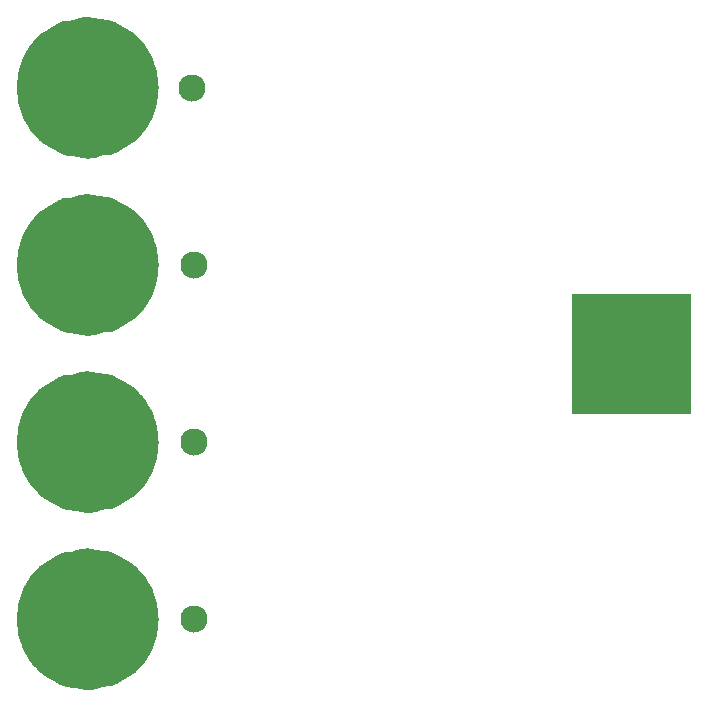
<source format=gbr>
G04 #@! TF.GenerationSoftware,KiCad,Pcbnew,(5.1.4)-1*
G04 #@! TF.CreationDate,2020-04-17T22:20:21+02:00*
G04 #@! TF.ProjectId,Frontplatte,46726f6e-7470-46c6-9174-74652e6b6963,rev?*
G04 #@! TF.SameCoordinates,Original*
G04 #@! TF.FileFunction,Copper,L2,Bot*
G04 #@! TF.FilePolarity,Positive*
%FSLAX46Y46*%
G04 Gerber Fmt 4.6, Leading zero omitted, Abs format (unit mm)*
G04 Created by KiCad (PCBNEW (5.1.4)-1) date 2020-04-17 22:20:21*
%MOMM*%
%LPD*%
G04 APERTURE LIST*
%ADD10C,0.100000*%
%ADD11C,6.000000*%
%ADD12C,2.300000*%
%ADD13C,0.800000*%
G04 APERTURE END LIST*
D10*
G36*
X169000000Y-80000000D02*
G01*
X159000000Y-80000000D01*
X159000000Y-70000000D01*
X169000000Y-70000000D01*
X169000000Y-80000000D01*
G37*
X169000000Y-80000000D02*
X159000000Y-80000000D01*
X159000000Y-70000000D01*
X169000000Y-70000000D01*
X169000000Y-80000000D01*
D11*
X121000000Y-52500000D02*
G75*
G03X121000000Y-52500000I-3000000J0D01*
G01*
X121000000Y-82500000D02*
G75*
G03X121000000Y-82500000I-3000000J0D01*
G01*
X121000000Y-67500000D02*
G75*
G03X121000000Y-67500000I-3000000J0D01*
G01*
X121000000Y-97500000D02*
G75*
G03X121000000Y-97500000I-3000000J0D01*
G01*
D12*
X126810000Y-52550000D03*
X127000000Y-67500000D03*
X127000000Y-82500000D03*
X127000000Y-97500000D03*
D13*
X118100000Y-97600000D03*
X118000000Y-82500000D03*
X118000000Y-67500000D03*
X118000000Y-52500000D03*
X166000000Y-72900000D03*
X166775000Y-74875000D03*
X166000000Y-76875000D03*
X164000000Y-77700000D03*
X162000000Y-76875000D03*
X161225000Y-74875000D03*
X162025000Y-72900000D03*
X164100000Y-71900000D03*
M02*

</source>
